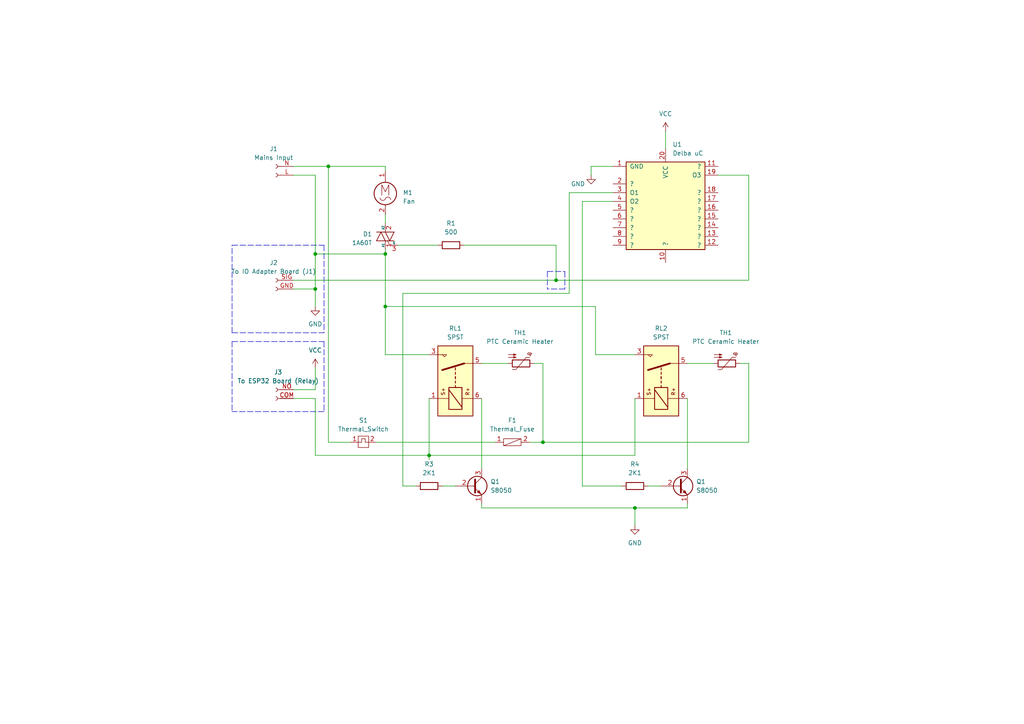
<source format=kicad_sch>
(kicad_sch (version 20211123) (generator eeschema)
  (paper "A4")
  (title_block (title "Delba Heater Modification Diagram"))
  (lib_symbols
    (symbol "Conn_01x02_Female_1" (pin_names (offset 1.016) hide)
      (property "Reference" "J2" (at 0.635 5.08 0))
      (property "Value" "To IO Adapter Board (J1)" (at 0.635 2.54 0))
      (symbol "Conn_01x02_Female_1_1_1"
        (arc (start 0 -2.032) (mid -0.508 -2.54) (end 0 -3.048) (stroke (width 0.1524)))
        (polyline (pts (xy -1.27 -2.54) (xy -0.508 -2.54)) (stroke (width 0.1524)))
        (polyline (pts (xy -1.27 0) (xy -0.508 0)) (stroke (width 0.1524)))
        (arc (start 0 0.508) (mid -0.508 0) (end 0 -0.508) (stroke (width 0.1524)))
        (pin passive line (at -5.08 -2.54 0) (length 3.81) (name "Pin_2") (number "GND"))
        (pin passive line (at -5.08 0 0) (length 3.81) (name "Pin_1") (number "SIG"))
      )
    )
    (symbol "Conn_01x02_Female_2" (pin_names (offset 1.016) hide)
      (property "Reference" "J3" (at -0.635 5.08 0))
      (property "Value" "To ESP32 Board (Relay)" (at -0.635 2.54 0))
      (symbol "Conn_01x02_Female_2_1_1"
        (arc (start 0 -2.032) (mid -0.508 -2.54) (end 0 -3.048) (stroke (width 0.1524)))
        (polyline (pts (xy -1.27 -2.54) (xy -0.508 -2.54)) (stroke (width 0.1524)))
        (polyline (pts (xy -1.27 0) (xy -0.508 0)) (stroke (width 0.1524)))
        (arc (start 0 0.508) (mid -0.508 0) (end 0 -0.508) (stroke (width 0.1524)))
        (pin passive line (at -5.08 -2.54 0) (length 3.81) (name "Pin_2") (number "COM"))
        (pin passive line (at -5.08 0 0) (length 3.81) (name "Pin_1") (number "NO"))
      )
    )
    (symbol "Connector:Conn_01x02_Female" (pin_names (offset 1.016) hide)
      (property "Reference" "J1" (at 0.635 5.08 0))
      (property "Value" "Mains Input" (at 0.635 2.54 0))
      (symbol "Conn_01x02_Female_1_1"
        (arc (start 0 -2.032) (mid -0.508 -2.54) (end 0 -3.048) (stroke (width 0.1524)))
        (polyline (pts (xy -1.27 -2.54) (xy -0.508 -2.54)) (stroke (width 0.1524)))
        (polyline (pts (xy -1.27 0) (xy -0.508 0)) (stroke (width 0.1524)))
        (arc (start 0 0.508) (mid -0.508 0) (end 0 -0.508) (stroke (width 0.1524)))
        (pin passive line (at -5.08 -2.54 0) (length 3.81) (name "Live") (number "L"))
        (pin passive line (at -5.08 0 0) (length 3.81) (name "L") (number "N"))
      )
    )
    (symbol "Device:Q_TRIAC_A1A2G" (pin_names (offset 0))
      (property "Reference" "D" (at 3.175 0.635 0))
      (property "Value" "Q_TRIAC_A1A2G" (at 3.175 -1.27 0))
      (symbol "Q_TRIAC_A1A2G_0_1"
        (polyline (pts (xy -2.54 -1.27) (xy 2.54 -1.27)) (stroke (width 0.2032)))
        (polyline (pts (xy -2.54 1.27) (xy 2.54 1.27)) (stroke (width 0.2032)))
        (polyline (pts (xy -1.27 -2.54) (xy -0.635 -1.27)))
        (polyline (pts (xy -2.54 1.27) (xy -1.27 -1.27) (xy 0 1.27)) (stroke (width 0.2032)))
        (polyline (pts (xy 0 -1.27) (xy 1.27 1.27) (xy 2.54 -1.27)) (stroke (width 0.2032)))
      )
      (symbol "Q_TRIAC_A1A2G_1_1"
        (pin passive line (at 0 -3.81 90) (length 2.54) (name "A1") (number "1"))
        (pin passive line (at 0 3.81 270) (length 2.54) (name "A2") (number "2"))
        (pin input line (at -3.81 -2.54 0) (length 2.54) (name "G") (number "3"))
      )
    )
    (symbol "Device:R" (pin_numbers hide) (pin_names (offset 0))
      (property "Reference" "R" (at 2.032 0 90))
      (property "Value" "R" (at 0 0 90))
      (symbol "R_0_1"
        (rectangle (start -1.016 -2.54) (end 1.016 2.54) (stroke (width 0.254)))
      )
      (symbol "R_1_1"
        (pin passive line (at 0 3.81 270) (length 1.27) (name "~") (number "1"))
        (pin passive line (at 0 -3.81 90) (length 1.27) (name "~") (number "2"))
      )
    )
    (symbol "Device:Thermistor_PTC" (pin_numbers hide) (pin_names (offset 0))
      (property "Reference" "TH" (at -4.064 0 90))
      (property "Value" "Thermistor_PTC" (at 3.048 0 90))
      (symbol "Thermistor_PTC_0_1"
        (arc (start -3.048 2.159) (mid -3.0505 2.3165) (end -3.175 2.413))
        (arc (start -3.048 2.159) (mid -2.9736 1.9794) (end -2.794 1.905))
        (arc (start -3.048 2.794) (mid -2.9736 2.6144) (end -2.794 2.54))
        (arc (start -2.794 1.905) (mid -2.6144 1.9794) (end -2.54 2.159))
        (arc (start -2.794 2.54) (mid -2.434 2.5608) (end -2.159 2.794))
        (arc (start -2.794 3.048) (mid -2.9736 2.9736) (end -3.048 2.794))
        (arc (start -2.54 2.794) (mid -2.6144 2.9736) (end -2.794 3.048))
        (rectangle (start -1.016 2.54) (end 1.016 -2.54) (stroke (width 0.254)))
        (polyline (pts (xy -2.54 2.159) (xy -2.54 2.794)))
        (polyline (pts (xy -1.778 2.54) (xy -1.778 1.524) (xy 1.778 -1.524) (xy 1.778 -2.54)))
        (polyline (pts (xy -2.54 -3.683) (xy -2.54 -1.397) (xy -2.794 -2.159) (xy -2.286 -2.159) (xy -2.54 -1.397) (xy -2.54 -1.651)) (fill (type outline)))
        (polyline (pts (xy -1.778 -3.683) (xy -1.778 -1.397) (xy -2.032 -2.159) (xy -1.524 -2.159) (xy -1.778 -1.397) (xy -1.778 -1.651)) (fill (type outline)))
      )
      (symbol "Thermistor_PTC_1_1"
        (pin passive line (at 0 3.81 270) (length 1.27) (name "~") (number "1"))
        (pin passive line (at 0 -3.81 90) (length 1.27) (name "~") (number "2"))
      )
    )
    (symbol "Logic_Programmable:PAL20" (pin_names (offset 1.016))
      (property "Reference" "U1" (at 2.0194 19.05 0))
      (property "Value" "Delba uC" (at 2.0194 16.51 0))
      (symbol "PAL20_0_1"
        (rectangle (start -11.43 -11.43) (end 11.43 13.97) (stroke (width 0.254)) (fill (type background)))
      )
      (symbol "PAL20_1_1"
        (pin passive line (at -15.24 12.7 0) (length 3.81) (name "GND") (number "1"))
        (pin passive line (at 0 -15.24 90) (length 3.81) (name "?") (number "10"))
        (pin passive line (at 15.24 12.7 180) (length 3.81) (name "?") (number "11"))
        (pin passive line (at 15.24 -10.16 180) (length 3.81) (name "?") (number "12"))
        (pin passive line (at 15.24 -7.62 180) (length 3.81) (name "?") (number "13"))
        (pin passive line (at 15.24 -5.08 180) (length 3.81) (name "?") (number "14"))
        (pin passive line (at 15.24 -2.54 180) (length 3.81) (name "?") (number "15"))
        (pin passive line (at 15.24 0 180) (length 3.81) (name "?") (number "16"))
        (pin passive line (at 15.24 2.54 180) (length 3.81) (name "?") (number "17"))
        (pin passive line (at 15.24 5.08 180) (length 3.81) (name "?") (number "18"))
        (pin passive line (at 15.24 10.16 180) (length 3.81) (name "O3") (number "19"))
        (pin passive line (at -15.24 7.62 0) (length 3.81) (name "?") (number "2"))
        (pin passive line (at 0 17.78 270) (length 3.81) (name "VCC") (number "20"))
        (pin passive line (at -15.24 5.08 0) (length 3.81) (name "O1") (number "3"))
        (pin passive line (at -15.24 2.54 0) (length 3.81) (name "O2") (number "4"))
        (pin passive line (at -15.24 0 0) (length 3.81) (name "?") (number "5"))
        (pin passive line (at -15.24 -2.54 0) (length 3.81) (name "?") (number "6"))
        (pin passive line (at -15.24 -5.08 0) (length 3.81) (name "?") (number "7"))
        (pin passive line (at -15.24 -7.62 0) (length 3.81) (name "?") (number "8"))
        (pin passive line (at -15.24 -10.16 0) (length 3.81) (name "?") (number "9"))
      )
    )
    (symbol "Motor:Motor_AC" (pin_names (offset 0))
      (property "Reference" "M" (at 2.54 2.54 0))
      (property "Value" "Motor_AC" (at 2.54 -5.08 0))
      (symbol "Motor_AC_0_0"
        (arc (start -1.524 -2.794) (mid -0.8622 -3.5222) (end 0 -3.048))
        (polyline (pts (xy -1.016 -2.032) (xy -1.016 1.016) (xy 0 -1.016) (xy 1.016 1.016) (xy 1.016 -2.032)))
        (arc (start 1.524 -3.302) (mid 0.8657 -2.5527) (end 0 -3.048))
      )
      (symbol "Motor_AC_0_1"
        (circle (center 0 -1.524) (radius 3.2512) (stroke (width 0.254)))
        (polyline (pts (xy 0 -7.62) (xy 0 -7.112)))
        (polyline (pts (xy 0 -4.7752) (xy 0 -5.1816)))
        (polyline (pts (xy 0 1.7272) (xy 0 2.0828)))
        (polyline (pts (xy 0 2.032) (xy 0 2.54)))
      )
      (symbol "Motor_AC_1_1"
        (pin passive line (at 0 5.08 270) (length 2.54) (name "~") (number "1"))
        (pin passive line (at 0 -7.62 90) (length 2.54) (name "~") (number "2"))
      )
    )
    (symbol "Relay:ADW11"
      (property "Reference" "K" (at 11.43 3.81 0))
      (property "Value" "ADW11" (at 13.97 1.27 0))
      (symbol "ADW11_1_1"
        (rectangle (start -10.16 5.08) (end 10.16 -5.08) (stroke (width 0.254)) (fill (type background)))
        (rectangle (start -8.255 1.905) (end -1.905 -1.905) (stroke (width 0.254)))
        (polyline (pts (xy -7.62 -1.905) (xy -2.54 1.905)) (stroke (width 0.254)))
        (polyline (pts (xy -5.08 -5.08) (xy -5.08 -1.905)))
        (polyline (pts (xy -5.08 5.08) (xy -5.08 1.905)))
        (polyline (pts (xy -1.905 0) (xy -1.27 0)) (stroke (width 0.254)))
        (polyline (pts (xy -0.635 0) (xy 0 0)) (stroke (width 0.254)))
        (polyline (pts (xy 0.635 0) (xy 1.27 0)) (stroke (width 0.254)))
        (polyline (pts (xy 0.635 0) (xy 1.27 0)) (stroke (width 0.254)))
        (polyline (pts (xy 1.905 0) (xy 2.54 0)) (stroke (width 0.254)))
        (polyline (pts (xy 3.175 0) (xy 3.81 0)) (stroke (width 0.254)))
        (polyline (pts (xy 5.08 -2.54) (xy 3.175 3.81)) (stroke (width 0.508)))
        (polyline (pts (xy 5.08 -2.54) (xy 5.08 -5.08)))
        (polyline (pts (xy 7.62 3.81) (xy 7.62 5.08)))
        (polyline (pts (xy 7.62 3.81) (xy 7.62 2.54) (xy 6.985 3.175) (xy 7.62 3.81)))
        (text "R+" (at -3.048 -3.556 0) (effects (font (size 1.016 1.016))))
        (text "S+" (at -3.048 3.556 0) (effects (font (size 1.016 1.016))))
        (pin passive line (at -5.08 7.62 270) (length 2.54) (name "~") (number "1"))
        (pin passive line (at 7.62 7.62 270) (length 2.54) (name "~") (number "3"))
        (pin passive line (at 5.08 -7.62 90) (length 2.54) (name "~") (number "5"))
        (pin passive line (at -5.08 -7.62 90) (length 2.54) (name "~") (number "6"))
      )
    )
    (symbol "Transistor_BJT:S8050" (pin_names (offset 0) hide)
      (property "Reference" "Q" (at 5.08 1.905 0))
      (property "Value" "S8050" (at 5.08 0 0))
      (symbol "S8050_0_1"
        (polyline (pts (xy 0 0) (xy 0.635 0)))
        (polyline (pts (xy 0.635 0.635) (xy 2.54 2.54)))
        (polyline (pts (xy 0.635 -0.635) (xy 2.54 -2.54) (xy 2.54 -2.54)))
        (polyline (pts (xy 0.635 1.905) (xy 0.635 -1.905) (xy 0.635 -1.905)) (stroke (width 0.508)))
        (polyline (pts (xy 1.27 -1.778) (xy 1.778 -1.27) (xy 2.286 -2.286) (xy 1.27 -1.778) (xy 1.27 -1.778)) (fill (type outline)))
        (circle (center 1.27 0) (radius 2.8194) (stroke (width 0.254)))
      )
      (symbol "S8050_1_1"
        (pin passive line (at 2.54 -5.08 90) (length 2.54) (name "E") (number "1"))
        (pin input line (at -5.08 0 0) (length 5.08) (name "B") (number "2"))
        (pin passive line (at 2.54 5.08 270) (length 2.54) (name "C") (number "3"))
      )
    )
    (symbol "custom_symbols:Thermal_Fuse"
      (property "Reference" "F" (at 0 3.81 0))
      (property "Value" "Thermal_Fuse" (at 0 -3.81 0))
      (symbol "Thermal_Fuse_0_1"
        (rectangle (start -3.81 1.016) (end 1.27 -1.016))
        (polyline (pts (xy -3.81 -1.016) (xy 1.27 1.016)))
      )
      (symbol "Thermal_Fuse_1_1"
        (pin input line (at -6.35 0 0) (length 2.54) (name "") (number "1"))
        (pin input line (at 3.81 0 180) (length 2.54) (name "") (number "2"))
      )
    )
    (symbol "custom_symbols:Thermal_Switch"
      (property "Reference" "S" (at 0 3.81 0))
      (property "Value" "Thermal_Switch" (at 0 -3.556 0))
      (symbol "Thermal_Switch_0_1"
        (rectangle (start -1.524 1.778) (end 1.524 -1.524))
        (polyline (pts (xy -1.524 0) (xy -0.508 0) (xy -0.508 1.016) (xy 0.508 1.016) (xy 0.508 0) (xy 1.524 0)))
      )
      (symbol "Thermal_Switch_1_1"
        (pin input line (at -3.81 0 0) (length 2.54) (name "") (number "1"))
        (pin input line (at 3.81 0 180) (length 2.54) (name "") (number "2"))
      )
    )
    (symbol "power:GND" (power) (pin_names (offset 0))
      (property "Value" "GND" (at 0 -3.81 0))
      (symbol "GND_0_1"
        (polyline (pts (xy 0 0) (xy 0 -1.27) (xy 1.27 -1.27) (xy 0 -2.54) (xy -1.27 -1.27) (xy 0 -1.27)))
      )
      (symbol "GND_1_1"
        (pin power_in line (at 0 0 270) (length 0) hide (name "GND") (number "1"))
      )
    )
    (symbol "power:VCC" (power) (pin_names (offset 0))
      (property "Value" "VCC" (at 0 3.81 0))
      (symbol "VCC_0_1"
        (polyline (pts (xy -0.762 1.27) (xy 0 2.54)))
        (polyline (pts (xy 0 0) (xy 0 2.54)))
        (polyline (pts (xy 0 2.54) (xy 0.762 1.27)))
      )
      (symbol "VCC_1_1"
        (pin power_in line (at 0 0 90) (length 0) hide (name "VCC") (number "1"))
      )
    )
  )
  (junction (at 91.44 83.82))
  (junction (at 184.15 147.32))
  (junction (at 91.44 73.66))
  (junction (at 161.29 81.28))
  (junction (at 157.48 128.27))
  (junction (at 124.46 132.08))
  (junction (at 111.76 88.9))
  (junction (at 111.76 73.66))
  (junction (at 95.25 48.26))
  (polyline (pts (xy 93.98 71.12) (xy 93.98 96.52)))
  (wire (pts (xy 85.09 50.8) (xy 91.44 50.8)))
  (wire (pts (xy 115.57 71.12) (xy 127 71.12)))
  (wire (pts (xy 85.09 83.82) (xy 91.44 83.82)))
  (wire (pts (xy 116.84 140.97) (xy 116.84 85.09)))
  (wire (pts (xy 157.48 105.41) (xy 154.94 105.41)))
  (wire (pts (xy 199.39 105.41) (xy 207.01 105.41)))
  (wire (pts (xy 165.1 85.09) (xy 165.1 55.88)))
  (polyline (pts (xy 163.83 78.74) (xy 163.83 83.82)))
  (wire (pts (xy 91.44 50.8) (xy 91.44 73.66)))
  (wire (pts (xy 91.44 106.68) (xy 91.44 113.03)))
  (wire (pts (xy 85.09 48.26) (xy 95.25 48.26)))
  (polyline (pts (xy 67.31 71.12) (xy 93.98 71.12)))
  (wire (pts (xy 111.76 48.26) (xy 111.76 49.53)))
  (polyline (pts (xy 67.31 96.52) (xy 93.98 96.52)))
  (wire (pts (xy 139.7 147.32) (xy 184.15 147.32)))
  (wire (pts (xy 120.65 140.97) (xy 116.84 140.97)))
  (wire (pts (xy 172.72 102.87) (xy 184.15 102.87)))
  (wire (pts (xy 95.25 48.26) (xy 95.25 128.27)))
  (wire (pts (xy 208.28 50.8) (xy 217.17 50.8)))
  (wire (pts (xy 184.15 115.57) (xy 184.15 132.08)))
  (wire (pts (xy 91.44 73.66) (xy 111.76 73.66)))
  (wire (pts (xy 111.76 62.23) (xy 111.76 64.77)))
  (wire (pts (xy 111.76 102.87) (xy 124.46 102.87)))
  (wire (pts (xy 109.22 128.27) (xy 143.51 128.27)))
  (wire (pts (xy 184.15 147.32) (xy 199.39 147.32)))
  (wire (pts (xy 85.09 113.03) (xy 91.44 113.03)))
  (polyline (pts (xy 163.83 83.82) (xy 158.75 83.82)))
  (wire (pts (xy 134.62 71.12) (xy 161.29 71.12)))
  (wire (pts (xy 85.09 115.57) (xy 91.44 115.57)))
  (wire (pts (xy 193.04 38.1) (xy 193.04 43.18)))
  (wire (pts (xy 199.39 115.57) (xy 199.39 135.89)))
  (polyline (pts (xy 93.98 99.06) (xy 93.98 119.38)))
  (wire (pts (xy 95.25 128.27) (xy 101.6 128.27)))
  (wire (pts (xy 116.84 85.09) (xy 165.1 85.09)))
  (wire (pts (xy 128.27 140.97) (xy 132.08 140.97)))
  (wire (pts (xy 187.96 140.97) (xy 191.77 140.97)))
  (wire (pts (xy 111.76 73.66) (xy 111.76 72.39)))
  (wire (pts (xy 91.44 83.82) (xy 91.44 73.66)))
  (wire (pts (xy 95.25 48.26) (xy 111.76 48.26)))
  (polyline (pts (xy 158.75 78.74) (xy 158.75 83.82)))
  (polyline (pts (xy 67.31 96.52) (xy 67.31 71.12)))
  (polyline (pts (xy 67.31 99.06) (xy 67.31 119.38)))
  (wire (pts (xy 157.48 105.41) (xy 157.48 128.27)))
  (wire (pts (xy 217.17 105.41) (xy 217.17 128.27)))
  (wire (pts (xy 111.76 88.9) (xy 172.72 88.9)))
  (polyline (pts (xy 158.75 78.74) (xy 163.83 78.74)))
  (wire (pts (xy 165.1 55.88) (xy 177.8 55.88)))
  (wire (pts (xy 161.29 81.28) (xy 161.29 71.12)))
  (wire (pts (xy 171.45 50.8) (xy 171.45 48.26)))
  (wire (pts (xy 153.67 128.27) (xy 157.48 128.27)))
  (wire (pts (xy 124.46 115.57) (xy 124.46 132.08)))
  (wire (pts (xy 199.39 147.32) (xy 199.39 146.05)))
  (wire (pts (xy 171.45 48.26) (xy 177.8 48.26)))
  (wire (pts (xy 85.09 81.28) (xy 161.29 81.28)))
  (wire (pts (xy 168.91 58.42) (xy 177.8 58.42)))
  (wire (pts (xy 111.76 73.66) (xy 111.76 88.9)))
  (wire (pts (xy 111.76 88.9) (xy 111.76 102.87)))
  (wire (pts (xy 91.44 115.57) (xy 91.44 132.08)))
  (wire (pts (xy 168.91 140.97) (xy 168.91 58.42)))
  (wire (pts (xy 91.44 132.08) (xy 124.46 132.08)))
  (polyline (pts (xy 93.98 119.38) (xy 67.31 119.38)))
  (wire (pts (xy 157.48 128.27) (xy 217.17 128.27)))
  (wire (pts (xy 184.15 147.32) (xy 184.15 152.4)))
  (wire (pts (xy 217.17 105.41) (xy 214.63 105.41)))
  (wire (pts (xy 172.72 88.9) (xy 172.72 102.87)))
  (wire (pts (xy 91.44 83.82) (xy 91.44 88.9)))
  (wire (pts (xy 217.17 81.28) (xy 161.29 81.28)))
  (wire (pts (xy 139.7 115.57) (xy 139.7 135.89)))
  (wire (pts (xy 124.46 132.08) (xy 124.46 133.35)))
  (wire (pts (xy 180.34 140.97) (xy 168.91 140.97)))
  (polyline (pts (xy 67.31 99.06) (xy 93.98 99.06)))
  (wire (pts (xy 124.46 132.08) (xy 184.15 132.08)))
  (wire (pts (xy 139.7 146.05) (xy 139.7 147.32)))
  (wire (pts (xy 217.17 50.8) (xy 217.17 81.28)))
  (wire (pts (xy 139.7 105.41) (xy 147.32 105.41)))
  (symbol (lib_id "custom_symbols:Thermal_Fuse") (at 149.86 128.27 0) (unit 1)
    (property "Reference" "F1" (at 148.59 121.92 0))
    (property "Value" "Thermal_Fuse" (at 148.59 124.46 0))
  )
  (symbol (lib_id "Device:Thermistor_PTC") (at 151.13 105.41 270) (unit 1)
    (property "Reference" "TH1" (at 150.8125 96.52 90))
    (property "Value" "PTC Ceramic Heater" (at 150.8125 99.06 90))
  )
  (symbol (lib_id "Logic_Programmable:PAL20") (at 193.04 60.96 0) (unit 1)
    (property "Reference" "U1" (at 195.0594 41.91 0) (effects (justify left)))
    (property "Value" "Delba uC" (at 195.0594 44.45 0) (effects (justify left)))
  )
  (symbol (lib_id "Relay:ADW11") (at 132.08 110.49 90) (unit 1)
    (property "Reference" "RL1" (at 132.08 95.25 90))
    (property "Value" "SPST" (at 132.08 97.79 90))
    (property "Footprint" "Relay_THT:Relay_1P1T_NO_10x24x18.8mm_Panasonic_ADW11xxxxW_THT" (effects hide))
    (property "Datasheet" "https://www.panasonic-electric-works.com/pew/es/downloads/ds_dw_hl_en.pdf" (effects hide))
  )
  (symbol (lib_id "Device:R") (at 184.15 140.97 270) (unit 1)
    (property "Reference" "R4" (at 184.15 134.62 90))
    (property "Value" "2K1" (at 184.15 137.16 90))
  )
  (symbol (lib_id "Device:R") (at 124.46 140.97 270) (unit 1)
    (property "Reference" "R3" (at 124.46 134.62 90))
    (property "Value" "2K1" (at 124.46 137.16 90))
  )
  (symbol (lib_id "Transistor_BJT:S8050") (at 196.85 140.97 0) (unit 1)
    (property "Reference" "Q1" (at 201.93 139.6999 0) (effects (justify left)))
    (property "Value" "S8050" (at 201.93 142.2399 0) (effects (justify left)))
    (property "Footprint" "Package_TO_SOT_THT:TO-92_Inline" (effects hide))
    (property "Datasheet" "http://www.unisonic.com.tw/datasheet/S8050.pdf" (effects hide))
  )
  (symbol (lib_id "power:VCC") (at 91.44 106.68 0) (unit 1)
    (property "Reference" "#PWR?" (effects hide))
    (property "Value" "VCC" (at 91.44 101.6 0))
  )
  (symbol (lib_id "power:VCC") (at 193.04 38.1 0) (unit 1)
    (property "Reference" "#PWR?" (effects hide))
    (property "Value" "VCC" (at 193.04 33.02 0))
  )
  (symbol (lib_name "Conn_01x02_Female_1") (lib_id "Connector:Conn_01x02_Female") (at 80.01 81.28 0) (mirror y) (unit 1)
    (property "Reference" "J2" (at 79.375 76.2 0))
    (property "Value" "To IO Adapter Board (J1)" (at 79.375 78.74 0))
  )
  (symbol (lib_id "custom_symbols:Thermal_Switch") (at 105.41 128.27 0) (unit 1)
    (property "Reference" "S1" (at 105.41 121.92 0))
    (property "Value" "Thermal_Switch" (at 105.41 124.46 0))
  )
  (symbol (lib_id "power:GND") (at 184.15 152.4 0) (unit 1)
    (property "Reference" "#PWR?" (effects hide))
    (property "Value" "GND" (at 184.15 157.48 0))
  )
  (symbol (lib_id "Device:Q_TRIAC_A1A2G") (at 111.76 68.58 0) (mirror y) (unit 1)
    (property "Reference" "D1" (at 107.95 67.8941 0) (effects (justify left)))
    (property "Value" "1A60T" (at 107.95 70.4341 0) (effects (justify left)))
  )
  (symbol (lib_id "power:GND") (at 171.45 50.8 0) (unit 1)
    (property "Reference" "#PWR?" (effects hide))
    (property "Value" "GND" (at 167.64 53.34 0))
  )
  (symbol (lib_name "Conn_01x02_Female_2") (lib_id "Connector:Conn_01x02_Female") (at 80.01 113.03 0) (mirror y) (unit 1)
    (property "Reference" "J3" (at 80.645 107.95 0))
    (property "Value" "To ESP32 Board (Relay)" (at 80.645 110.49 0))
  )
  (symbol (lib_id "Relay:ADW11") (at 191.77 110.49 90) (unit 1)
    (property "Reference" "RL2" (at 191.77 95.25 90))
    (property "Value" "SPST" (at 191.77 97.79 90))
    (property "Footprint" "Relay_THT:Relay_1P1T_NO_10x24x18.8mm_Panasonic_ADW11xxxxW_THT" (effects hide))
    (property "Datasheet" "https://www.panasonic-electric-works.com/pew/es/downloads/ds_dw_hl_en.pdf" (effects hide))
  )
  (symbol (lib_id "Connector:Conn_01x02_Female") (at 80.01 48.26 0) (mirror y) (unit 1)
    (property "Reference" "J1" (at 79.375 43.18 0))
    (property "Value" "Mains Input" (at 79.375 45.72 0))
  )
  (symbol (lib_id "Transistor_BJT:S8050") (at 137.16 140.97 0) (unit 1)
    (property "Reference" "Q1" (at 142.24 139.6999 0) (effects (justify left)))
    (property "Value" "S8050" (at 142.24 142.2399 0) (effects (justify left)))
    (property "Footprint" "Package_TO_SOT_THT:TO-92_Inline" (effects hide))
    (property "Datasheet" "http://www.unisonic.com.tw/datasheet/S8050.pdf" (effects hide))
  )
  (symbol (lib_id "Motor:Motor_AC") (at 111.76 54.61 0) (unit 1)
    (property "Reference" "M1" (at 116.84 55.8799 0) (effects (justify left)))
    (property "Value" "Fan" (at 116.84 58.4199 0) (effects (justify left)))
  )
  (symbol (lib_id "power:GND") (at 91.44 88.9 0) (unit 1)
    (property "Reference" "#PWR?" (effects hide))
    (property "Value" "GND" (at 91.44 93.98 0))
  )
  (symbol (lib_id "Device:R") (at 130.81 71.12 270) (unit 1)
    (property "Reference" "R1" (at 130.81 64.77 90))
    (property "Value" "500" (at 130.81 67.31 90))
  )
  (symbol (lib_id "Device:Thermistor_PTC") (at 210.82 105.41 270) (unit 1)
    (property "Reference" "TH1" (at 210.5025 96.52 90))
    (property "Value" "PTC Ceramic Heater" (at 210.5025 99.06 90))
  )
)
</source>
